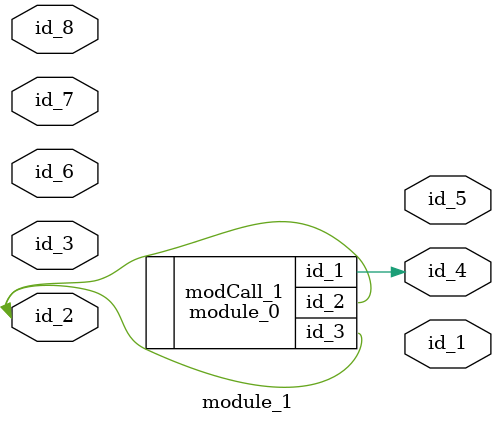
<source format=v>
module module_0 (
    id_1,
    id_2,
    id_3
);
  output wire id_3;
  inout wire id_2;
  output wire id_1;
  assign id_2 = 1 == 1;
  assign id_3 = 1'd0;
  wor id_4 = 1'b0;
  generate
    wire id_5, id_6;
  endgenerate
endmodule
module module_1 (
    id_1,
    id_2,
    id_3,
    id_4,
    id_5,
    id_6,
    id_7,
    id_8
);
  input wire id_8;
  input wire id_7;
  inout wire id_6;
  output wire id_5;
  output wire id_4;
  inout wire id_3;
  inout wire id_2;
  output wire id_1;
  wire id_9;
  module_0 modCall_1 (
      id_4,
      id_2,
      id_2
  );
endmodule

</source>
